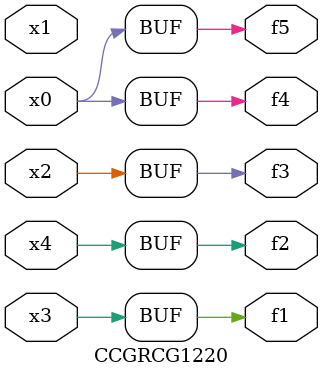
<source format=v>
module CCGRCG1220(
	input x0, x1, x2, x3, x4,
	output f1, f2, f3, f4, f5
);
	assign f1 = x3;
	assign f2 = x4;
	assign f3 = x2;
	assign f4 = x0;
	assign f5 = x0;
endmodule

</source>
